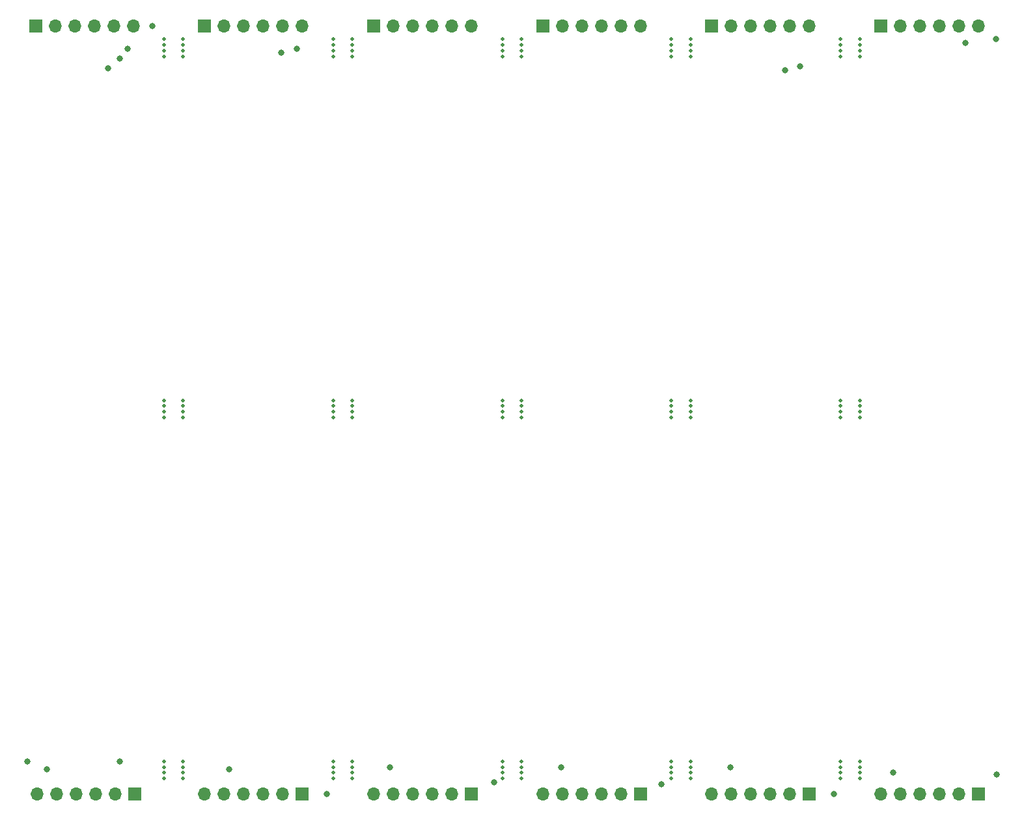
<source format=gbr>
%TF.GenerationSoftware,KiCad,Pcbnew,(6.0.5)*%
%TF.CreationDate,2022-08-13T10:38:26+02:00*%
%TF.ProjectId,clarinoid-devboard,636c6172-696e-46f6-9964-2d646576626f,rev?*%
%TF.SameCoordinates,Original*%
%TF.FileFunction,Soldermask,Bot*%
%TF.FilePolarity,Negative*%
%FSLAX46Y46*%
G04 Gerber Fmt 4.6, Leading zero omitted, Abs format (unit mm)*
G04 Created by KiCad (PCBNEW (6.0.5)) date 2022-08-13 10:38:26*
%MOMM*%
%LPD*%
G01*
G04 APERTURE LIST*
%ADD10R,1.700000X1.700000*%
%ADD11O,1.700000X1.700000*%
%ADD12C,0.500000*%
%ADD13C,0.800000*%
G04 APERTURE END LIST*
D10*
%TO.C,J15*%
X127839304Y-146600034D03*
D11*
X125299304Y-146600034D03*
X122759304Y-146600034D03*
X120219304Y-146600034D03*
X117679304Y-146600034D03*
X115139304Y-146600034D03*
%TD*%
D12*
%TO.C,U35*%
X109889304Y-143850034D03*
X112389304Y-142350034D03*
X109889304Y-144600034D03*
X112389304Y-144600034D03*
X112389304Y-143850034D03*
X112389304Y-143100034D03*
X109889304Y-142350034D03*
X109889304Y-143100034D03*
%TD*%
D10*
%TO.C,J25*%
X193839304Y-146600034D03*
D11*
X191299304Y-146600034D03*
X188759304Y-146600034D03*
X186219304Y-146600034D03*
X183679304Y-146600034D03*
X181139304Y-146600034D03*
%TD*%
D12*
%TO.C,U25*%
X175889304Y-142350034D03*
X175889304Y-143100034D03*
X178389304Y-143850034D03*
X175889304Y-144600034D03*
X175889304Y-143850034D03*
X178389304Y-142350034D03*
X178389304Y-143100034D03*
X178389304Y-144600034D03*
%TD*%
D10*
%TO.C,J21*%
X149839304Y-146600034D03*
D11*
X147299304Y-146600034D03*
X144759304Y-146600034D03*
X142219304Y-146600034D03*
X139679304Y-146600034D03*
X137139304Y-146600034D03*
%TD*%
D12*
%TO.C,U37*%
X153889304Y-49100034D03*
X153889304Y-48350034D03*
X156389304Y-49850034D03*
X156389304Y-50600034D03*
X156389304Y-48350034D03*
X156389304Y-49100034D03*
X153889304Y-50600034D03*
X153889304Y-49850034D03*
%TD*%
D10*
%TO.C,J9*%
X71261804Y-46600034D03*
D11*
X73801804Y-46600034D03*
X76341804Y-46600034D03*
X78881804Y-46600034D03*
X81421804Y-46600034D03*
X83961804Y-46600034D03*
%TD*%
D10*
%TO.C,J19*%
X137139304Y-46600034D03*
D11*
X139679304Y-46600034D03*
X142219304Y-46600034D03*
X144759304Y-46600034D03*
X147299304Y-46600034D03*
X149839304Y-46600034D03*
%TD*%
D10*
%TO.C,J13*%
X84061804Y-146600034D03*
D11*
X81521804Y-146600034D03*
X78981804Y-146600034D03*
X76441804Y-146600034D03*
X73901804Y-146600034D03*
X71361804Y-146600034D03*
%TD*%
D12*
%TO.C,U22*%
X134389304Y-143850034D03*
X131889304Y-143100034D03*
X131889304Y-142350034D03*
X131889304Y-143850034D03*
X134389304Y-143100034D03*
X134389304Y-142350034D03*
X134389304Y-144600034D03*
X131889304Y-144600034D03*
%TD*%
D10*
%TO.C,J24*%
X181139304Y-46600034D03*
D11*
X183679304Y-46600034D03*
X186219304Y-46600034D03*
X188759304Y-46600034D03*
X191299304Y-46600034D03*
X193839304Y-46600034D03*
%TD*%
D12*
%TO.C,U30*%
X112389304Y-97600034D03*
X112389304Y-96850034D03*
X109889304Y-96850034D03*
X112389304Y-96100034D03*
X109889304Y-97600034D03*
X109889304Y-95350034D03*
X109889304Y-96100034D03*
X112389304Y-95350034D03*
%TD*%
%TO.C,U20*%
X178389304Y-96100034D03*
X175889304Y-96850034D03*
X178389304Y-96850034D03*
X175889304Y-96100034D03*
X175889304Y-97600034D03*
X178389304Y-95350034D03*
X178389304Y-97600034D03*
X175889304Y-95350034D03*
%TD*%
D10*
%TO.C,J18*%
X105839304Y-146600034D03*
D11*
X103299304Y-146600034D03*
X100759304Y-146600034D03*
X98219304Y-146600034D03*
X95679304Y-146600034D03*
X93139304Y-146600034D03*
%TD*%
D12*
%TO.C,U32*%
X87889304Y-96100034D03*
X90389304Y-95350034D03*
X87889304Y-96850034D03*
X90389304Y-96100034D03*
X87889304Y-97600034D03*
X87889304Y-95350034D03*
X90389304Y-96850034D03*
X90389304Y-97600034D03*
%TD*%
D10*
%TO.C,J17*%
X93139304Y-46600034D03*
D11*
X95679304Y-46600034D03*
X98219304Y-46600034D03*
X100759304Y-46600034D03*
X103299304Y-46600034D03*
X105839304Y-46600034D03*
%TD*%
D10*
%TO.C,J26*%
X159139304Y-46600034D03*
D11*
X161679304Y-46600034D03*
X164219304Y-46600034D03*
X166759304Y-46600034D03*
X169299304Y-46600034D03*
X171839304Y-46600034D03*
%TD*%
D10*
%TO.C,J27*%
X171839304Y-146600034D03*
D11*
X169299304Y-146600034D03*
X166759304Y-146600034D03*
X164219304Y-146600034D03*
X161679304Y-146600034D03*
X159139304Y-146600034D03*
%TD*%
D10*
%TO.C,J14*%
X115139304Y-46600034D03*
D11*
X117679304Y-46600034D03*
X120219304Y-46600034D03*
X122759304Y-46600034D03*
X125299304Y-46600034D03*
X127839304Y-46600034D03*
%TD*%
D12*
%TO.C,U36*%
X156389304Y-144600034D03*
X153889304Y-142350034D03*
X153889304Y-143850034D03*
X153889304Y-144600034D03*
X156389304Y-143850034D03*
X153889304Y-143100034D03*
X156389304Y-143100034D03*
X156389304Y-142350034D03*
%TD*%
%TO.C,U34*%
X87889304Y-49850034D03*
X90389304Y-49100034D03*
X90389304Y-48350034D03*
X87889304Y-48350034D03*
X87889304Y-49100034D03*
X90389304Y-49850034D03*
X87889304Y-50600034D03*
X90389304Y-50600034D03*
%TD*%
%TO.C,U31*%
X109889304Y-50600034D03*
X109889304Y-49850034D03*
X112389304Y-49850034D03*
X109889304Y-48350034D03*
X109889304Y-49100034D03*
X112389304Y-48350034D03*
X112389304Y-50600034D03*
X112389304Y-49100034D03*
%TD*%
%TO.C,U29*%
X131889304Y-50600034D03*
X134389304Y-49850034D03*
X131889304Y-48350034D03*
X134389304Y-50600034D03*
X134389304Y-49100034D03*
X131889304Y-49850034D03*
X134389304Y-48350034D03*
X131889304Y-49100034D03*
%TD*%
%TO.C,U24*%
X131889304Y-96850034D03*
X134389304Y-97600034D03*
X134389304Y-96100034D03*
X131889304Y-97600034D03*
X134389304Y-96850034D03*
X131889304Y-95350034D03*
X134389304Y-95350034D03*
X131889304Y-96100034D03*
%TD*%
%TO.C,U28*%
X156389304Y-95350034D03*
X156389304Y-96850034D03*
X156389304Y-97600034D03*
X153889304Y-96100034D03*
X153889304Y-95350034D03*
X153889304Y-96850034D03*
X156389304Y-96100034D03*
X153889304Y-97600034D03*
%TD*%
%TO.C,U33*%
X178389304Y-49100034D03*
X178389304Y-50600034D03*
X178389304Y-49850034D03*
X178389304Y-48350034D03*
X175889304Y-49100034D03*
X175889304Y-50600034D03*
X175889304Y-48350034D03*
X175889304Y-49850034D03*
%TD*%
%TO.C,U23*%
X90389304Y-143850034D03*
X90389304Y-144600034D03*
X90389304Y-142350034D03*
X90389304Y-143100034D03*
X87889304Y-142350034D03*
X87889304Y-144600034D03*
X87889304Y-143850034D03*
X87889304Y-143100034D03*
%TD*%
D13*
X80639304Y-52100034D03*
X72639304Y-143350034D03*
X83139304Y-49600034D03*
X82139304Y-50850034D03*
X86389304Y-46600034D03*
X82139304Y-142350034D03*
X70139304Y-142350034D03*
X117311804Y-143100034D03*
X130811804Y-145100034D03*
X103139304Y-50100034D03*
X109061804Y-146600034D03*
X105139304Y-49600034D03*
X96389304Y-143350034D03*
X152561804Y-145350034D03*
X139561804Y-143100034D03*
X192139304Y-48850034D03*
X182731804Y-143850034D03*
X196139304Y-48350034D03*
X196231804Y-144100034D03*
X170639304Y-51850034D03*
X168639304Y-52350034D03*
X161561804Y-143100034D03*
X175061804Y-146600034D03*
M02*

</source>
